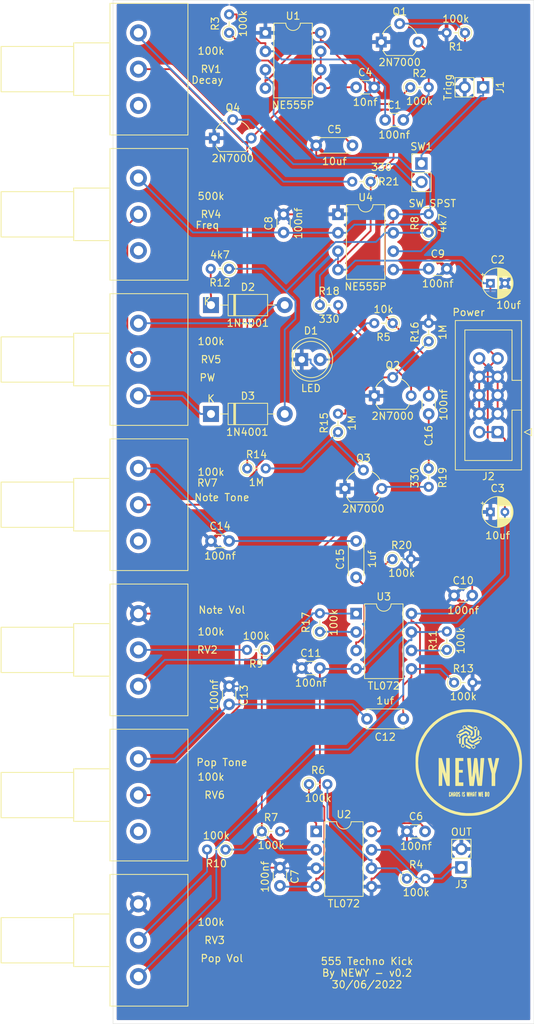
<source format=kicad_pcb>
(kicad_pcb (version 20211014) (generator pcbnew)
  (layers (0 "F.Cu" signal) (31 "B.Cu" signal) (34 "B.Paste" user) (35 "F.Paste" user) (36 "B.SilkS" user "B.Silkscreen") (37 "F.SilkS" user "F.Silkscreen") (38 "B.Mask" user) (39 "F.Mask" user) (44 "Edge.Cuts" user))
  (net 0 "")
  (net 1 "GND")
  (net 2 "Net-(C1-Pad2)")
  (net 3 "Net-(C1-Pad1)")
  (net 4 "+12V")
  (net 5 "-12V")
  (net 6 "Net-(C4-Pad1)")
  (net 7 "Net-(C5-Pad2)")
  (net 8 "Net-(C8-Pad1)")
  (net 9 "Net-(C9-Pad1)")
  (net 10 "Net-(C12-Pad1)")
  (net 11 "Net-(C12-Pad2)")
  (net 12 "Net-(C15-Pad1)")
  (net 13 "Net-(C16-Pad1)")
  (net 14 "Net-(C16-Pad2)")
  (net 15 "Net-(D1-Pad2)")
  (net 16 "Net-(D2-Pad2)")
  (net 17 "Net-(D2-Pad1)")
  (net 18 "Net-(D3-Pad1)")
  (net 19 "Net-(D3-Pad2)")
  (net 20 "Net-(J1-Pad1)")
  (net 21 "Net-(J3-Pad1)")
  (net 22 "Net-(Q2-Pad2)")
  (net 23 "Net-(Q3-Pad2)")
  (net 24 "Net-(Q4-Pad2)")
  (net 25 "Net-(R4-Pad1)")
  (net 26 "Net-(R6-Pad1)")
  (net 27 "Net-(R10-Pad1)")
  (net 28 "Net-(R11-Pad1)")
  (net 29 "Net-(R17-Pad1)")
  (net 30 "Net-(R18-Pad1)")
  (net 31 "Net-(C14-Pad2)")
  (net 32 "Net-(Q3-Pad3)")
  (net 33 "Net-(R9-Pad2)")
  (net 34 "Net-(R10-Pad2)")
  (net 35 "Net-(R11-Pad2)")
  (net 36 "Net-(R17-Pad2)")
  (net 38 "Net-(Q2-Pad3)")
  (net 40 "Net-(RV4-Pad2)")
  (net 41 "Net-(R21-Pad2)")
  (footprint "Potentiometer_THT:Potentiometer_Alps_RK163_Single_Horizontal" (layer "F.Cu") (at 112.5 129.5 180)
    (fp_text reference "RV2")
    (fp_text value "100k")
  )
  (footprint "Potentiometer_THT:Potentiometer_Alps_RK163_Single_Horizontal" (layer "F.Cu") (at 112.5 109.5 180)
    (fp_text reference "RV7")
    (fp_text value "100k")
  )
  (footprint "Capacitor_THT:C_Disc_D3.0mm_W1.6mm_P2.50mm" (layer "F.Cu") (at 146.5 61.5)
    (fp_text reference "C1")
    (fp_text value "100nf")
  )
  (footprint "Capacitor_THT:CP_Radial_D4.0mm_P2.00mm" (layer "F.Cu") (at 161 84)
    (fp_text reference "C2")
    (fp_text value "10uf")
  )
  (footprint "Capacitor_THT:CP_Radial_D4.0mm_P2.00mm" (layer "F.Cu") (at 161 115.5)
    (fp_text reference "C3")
    (fp_text value "10uf")
  )
  (footprint "Capacitor_THT:C_Disc_D3.0mm_W1.6mm_P2.50mm" (layer "F.Cu") (at 142.5 57)
    (fp_text reference "C4")
    (fp_text value "10nf")
  )
  (footprint "Capacitor_THT:C_Disc_D4.3mm_W1.9mm_P5.00mm" (layer "F.Cu") (at 137 65)
    (fp_text reference "C5")
    (fp_text value "10uf")
  )
  (footprint "Capacitor_THT:C_Disc_D3.0mm_W1.6mm_P2.50mm" (layer "F.Cu") (at 149.5 159.5)
    (fp_text reference "C6")
    (fp_text value "100nf")
  )
  (footprint "Capacitor_THT:C_Disc_D3.0mm_W1.6mm_P2.50mm" (layer "F.Cu") (at 132 164.5 -90)
    (fp_text reference "C7")
    (fp_text value "100nf")
  )
  (footprint "Capacitor_THT:C_Disc_D3.0mm_W1.6mm_P2.50mm" (layer "F.Cu") (at 132.5 77 90)
    (fp_text reference "C8")
    (fp_text value "100nf")
  )
  (footprint "Capacitor_THT:C_Disc_D3.0mm_W1.6mm_P2.50mm" (layer "F.Cu") (at 152.5 82)
    (fp_text reference "C9")
    (fp_text value "100nf")
  )
  (footprint "Capacitor_THT:C_Disc_D3.0mm_W1.6mm_P2.50mm" (layer "F.Cu") (at 156 127)
    (fp_text reference "C10")
    (fp_text value "100nf")
  )
  (footprint "Capacitor_THT:C_Disc_D3.0mm_W1.6mm_P2.50mm" (layer "F.Cu") (at 135 137)
    (fp_text reference "C11")
    (fp_text value "100nf")
  )
  (footprint "Capacitor_THT:C_Disc_D5.0mm_W2.5mm_P5.00mm" (layer "F.Cu") (at 149 144 180)
    (fp_text reference "C12")
    (fp_text value "1uf")
  )
  (footprint "Capacitor_THT:C_Disc_D3.0mm_W1.6mm_P2.50mm" (layer "F.Cu") (at 125 139.5 -90)
    (fp_text reference "C13")
    (fp_text value "100nf")
  )
  (footprint "Capacitor_THT:C_Disc_D3.0mm_W1.6mm_P2.50mm" (layer "F.Cu") (at 122.5 119.5)
    (fp_text reference "C14")
    (fp_text value "100nf")
  )
  (footprint "Capacitor_THT:C_Disc_D4.3mm_W1.9mm_P5.00mm" (layer "F.Cu") (at 142.5 124.5 90)
    (fp_text reference "C15")
    (fp_text value "1uf")
  )
  (footprint "Capacitor_THT:C_Disc_D3.0mm_W1.6mm_P2.50mm" (layer "F.Cu") (at 152.5 102 90)
    (fp_text reference "C16")
    (fp_text value "100nf")
  )
  (footprint "LED_THT:LED_D5.0mm" (layer "F.Cu") (at 135 94.5)
    (fp_text reference "D1")
    (fp_text value "LED")
  )
  (footprint "Diode_THT:D_DO-41_SOD81_P10.16mm_Horizontal" (layer "F.Cu") (at 122.5 87)
    (fp_text reference "D2")
    (fp_text value "1N4001")
  )
  (footprint "Diode_THT:D_DO-41_SOD81_P10.16mm_Horizontal" (layer "F.Cu") (at 122.5 102)
    (fp_text reference "D3")
    (fp_text value "1N4001")
  )
  (footprint "Potentiometer_THT:Potentiometer_Alps_RK163_Single_Horizontal" (layer "F.Cu") (at 112.5 49.5 180)
    (fp_text reference "RV1")
    (fp_text value "100k")
  )
  (footprint "Potentiometer_THT:Potentiometer_Alps_RK163_Single_Horizontal" (layer "F.Cu") (at 112.5 69.5 180)
    (fp_text reference "RV4")
    (fp_text value "500k")
  )
  (footprint "Connector_PinHeader_2.54mm:PinHeader_1x02_P2.54mm_Vertical" (layer "F.Cu") (at 160 57 -90)
    (fp_text reference "J1")
    (fp_text value "Trigg")
  )
  (footprint "Connector_IDC:IDC-Header_2x05_P2.54mm_Vertical" (layer "F.Cu") (at 162 104.5 180)
    (fp_text reference "J2")
    (fp_text value "Power")
  )
  (footprint "Connector_PinHeader_2.54mm:PinHeader_1x02_P2.54mm_Vertical" (layer "F.Cu") (at 157 164.46 180)
    (fp_text reference "J3")
    (fp_text value "OUT")
  )
  (footprint "Potentiometer_THT:Potentiometer_Alps_RK163_Single_Horizontal" (layer "F.Cu") (at 112.5 169.5 180)
    (fp_text reference "RV3")
    (fp_text value "100k")
  )
  (footprint "Potentiometer_THT:Potentiometer_Alps_RK163_Single_Horizontal" (layer "F.Cu") (at 112.5 149.5 180)
    (fp_text reference "RV6")
    (fp_text value "100k")
  )
  (footprint "Potentiometer_THT:Potentiometer_Alps_RK163_Single_Horizontal" (layer "F.Cu") (at 112.5 89.5 180)
    (fp_text reference "RV5")
    (fp_text value "100k")
  )
  (footprint "Package_TO_SOT_THT:TO-92_Wide" (layer "F.Cu") (at 145.96 50.77)
    (fp_text reference "Q1")
    (fp_text value "2N7000")
  )
  (footprint "Package_TO_SOT_THT:TO-92_Wide" (layer "F.Cu") (at 145 99.5)
    (fp_text reference "Q2")
    (fp_text value "2N7000")
  )
  (footprint "Package_TO_SOT_THT:TO-92_Wide" (layer "F.Cu") (at 140.96 112.27)
    (fp_text reference "Q3")
    (fp_text value "2N7000")
  )
  (footprint "Package_TO_SOT_THT:TO-92_Wide" (layer "F.Cu") (at 122.96 64)
    (fp_text reference "Q4")
    (fp_text value "2N7000")
  )
  (footprint "Resistor_THT:R_Axial_DIN0204_L3.6mm_D1.6mm_P2.54mm_Vertical" (layer "F.Cu") (at 157.5 49.5 180)
    (fp_text reference "R1")
    (fp_text value "100k")
  )
  (footprint "Resistor_THT:R_Axial_DIN0204_L3.6mm_D1.6mm_P2.54mm_Vertical" (layer "F.Cu") (at 149.96 57)
    (fp_text reference "R2")
    (fp_text value "100k")
  )
  (footprint "Resistor_THT:R_Axial_DIN0204_L3.6mm_D1.6mm_P2.54mm_Vertical" (layer "F.Cu") (at 125 49.5 90)
    (fp_text reference "R3")
    (fp_text value "100k")
  )
  (footprint "Resistor_THT:R_Axial_DIN0204_L3.6mm_D1.6mm_P2.54mm_Vertical" (layer "F.Cu") (at 149.5 166)
    (fp_text reference "R4")
    (fp_text value "100k")
  )
  (footprint "Resistor_THT:R_Axial_DIN0204_L3.6mm_D1.6mm_P2.54mm_Vertical" (layer "F.Cu") (at 147.54 89.5 180)
    (fp_text reference "R5")
    (fp_text value "10k")
  )
  (footprint "Resistor_THT:R_Axial_DIN0204_L3.6mm_D1.6mm_P2.54mm_Vertical" (layer "F.Cu") (at 136 153)
    (fp_text reference "R6")
    (fp_text value "100k")
  )
  (footprint "Resistor_THT:R_Axial_DIN0204_L3.6mm_D1.6mm_P2.54mm_Vertical" (layer "F.Cu") (at 129.5 159.5)
    (fp_text reference "R7")
    (fp_text value "100k")
  )
  (footprint "Resistor_THT:R_Axial_DIN0204_L3.6mm_D1.6mm_P2.54mm_Vertical" (layer "F.Cu") (at 152.5 77 90)
    (fp_text reference "R8")
    (fp_text value "4k7")
  )
  (footprint "Resistor_THT:R_Axial_DIN0204_L3.6mm_D1.6mm_P2.54mm_Vertical" (layer "F.Cu") (at 130 134.5 180)
    (fp_text reference "R9")
    (fp_text value "100k")
  )
  (footprint "Resistor_THT:R_Axial_DIN0204_L3.6mm_D1.6mm_P2.54mm_Vertical" (layer "F.Cu") (at 124.5 162 180)
    (fp_text reference "R10")
    (fp_text value "100k")
  )
  (footprint "Resistor_THT:R_Axial_DIN0204_L3.6mm_D1.6mm_P2.54mm_Vertical" (layer "F.Cu") (at 155 134.5 90)
    (fp_text reference "R11")
    (fp_text value "100k")
  )
  (footprint "Resistor_THT:R_Axial_DIN0204_L3.6mm_D1.6mm_P2.54mm_Vertical" (layer "F.Cu") (at 125 82 180)
    (fp_text reference "R12")
    (fp_text value "4k7")
  )
  (footprint "Resistor_THT:R_Axial_DIN0204_L3.6mm_D1.6mm_P2.54mm_Vertical" (layer "F.Cu") (at 156 139)
    (fp_text reference "R13")
    (fp_text value "100k")
  )
  (footprint "Resistor_THT:R_Axial_DIN0204_L3.6mm_D1.6mm_P2.54mm_Vertical" (layer "F.Cu") (at 127.5 109.5)
    (fp_text reference "R14")
    (fp_text value "1M")
  )
  (footprint "Resistor_THT:R_Axial_DIN0204_L3.6mm_D1.6mm_P2.54mm_Vertical" (layer "F.Cu") (at 140 104.5 90)
    (fp_text reference "R15")
    (fp_text value "1M")
  )
  (footprint "Resistor_THT:R_Axial_DIN0204_L3.6mm_D1.6mm_P2.54mm_Vertical" (layer "F.Cu") (at 152.5 92 90)
    (fp_text reference "R16")
    (fp_text value "1M")
  )
  (footprint "Resistor_THT:R_Axial_DIN0204_L3.6mm_D1.6mm_P2.54mm_Vertical" (layer "F.Cu") (at 137.5 132 90)
    (fp_text reference "R17")
    (fp_text value "100k")
  )
  (footprint "Resistor_THT:R_Axial_DIN0204_L3.6mm_D1.6mm_P2.54mm_Vertical" (layer "F.Cu") (at 137.5 87)
    (fp_text reference "R18")
    (fp_text value "330")
  )
  (footprint "Resistor_THT:R_Axial_DIN0204_L3.6mm_D1.6mm_P2.54mm_Vertical" (layer "F.Cu") (at 152.5 109.5 -90)
    (fp_text reference "R19")
    (fp_text value "330")
  )
  (footprint "Resistor_THT:R_Axial_DIN0204_L3.6mm_D1.6mm_P2.54mm_Vertical" (layer "F.Cu") (at 147.5 122)
    (fp_text reference "R20")
    (fp_text value "100k")
  )
  (footprint "Resistor_THT:R_Axial_DIN0204_L3.6mm_D1.6mm_P2.54mm_Vertical" (layer "F.Cu") (at 144.5 70 180)
    (fp_text reference "R21")
    (fp_text value "330")
  )
  (footprint "Connector_PinHeader_2.54mm:PinHeader_1x02_P2.54mm_Vertical" (layer "F.Cu") (at 151.5 67.5)
    (fp_text reference "SW1")
    (fp_text value "SW_SPST")
  )
  (footprint "Package_DIP:DIP-8_W7.62mm" (layer "F.Cu") (at 130 49.5)
    (fp_text reference "U1")
    (fp_text value "NE555P")
  )
  (footprint "Package_DIP:DIP-8_W7.62mm" (layer "F.Cu") (at 137 159.5)
    (fp_text reference "U2")
    (fp_text value "TL072")
  )
  (footprint "Package_DIP:DIP-8_W7.62mm" (layer "F.Cu") (at 142.5 129.5)
    (fp_text reference "U3")
    (fp_text value "TL072")
  )
  (footprint "Package_DIP:DIP-8_W7.62mm" (layer "F.Cu") (at 140 74.5)
    (fp_text reference "U4")
    (fp_text value "NE555P")
  )
  (footprint "LOGO" (layer "F.Cu") (at 158 150)
    (fp_text reference "G***" hide)
    (fp_text value "LOGO" hide)
  )
  (gr_line (start 109 186) (end 109 45) (layer "Edge.Cuts") (width 0.05))
  (gr_line (start 167 45) (end 167 186) (layer "Edge.Cuts") (width 0.05))
  (gr_line (start 109 45) (end 167 45) (layer "Edge.Cuts") (width 0.05))
  (gr_line (start 167 186) (end 109 186) (layer "Edge.Cuts") (width 0.05))
  (gr_text "Pop Tone" (at 124 150) (layer "F.SilkS") (effects (font (size 1 1))))
  (gr_text "Decay" (at 122 56) (layer "F.SilkS") (effects (font (size 1 1))))
  (gr_text "Pop Vol" (at 124 177) (layer "F.SilkS") (effects (font (size 1 1))))
  (gr_text "555 Techno Kick\nBy NEWY - v0.2\n30/06/2022" (at 144 179) (layer "F.SilkS") (effects (font (size 1 1))))
  (gr_text "Note Vol" (at 124 129) (layer "F.SilkS") (effects (font (size 1 1))))
  (gr_text "PW" (at 122 97) (layer "F.SilkS") (effects (font (size 1 1))))
  (gr_text "Freq" (at 122 76) (layer "F.SilkS") (effects (font (size 1 1))))
  (gr_text "Note Tone" (at 124 113.5) (layer "F.SilkS") (effects (font (size 1 1))))
  (segment (start 154.96 53.3247) (end 157.46 55.8247) (width 0.25) (layer "F.Cu") (net 1))
  (segment (start 144.9013 165.9947) (end 149.5 161.396) (width 0.25) (layer "F.Cu") (net 1))
  (segment (start 157.46 57) (end 157.46 55.8247) (width 0.25) (layer "F.Cu") (net 1))
  (segment (start 154.96 49.5) (end 154.96 53.3247) (width 0.25) (layer "F.Cu") (net 1))
  (segment (start 122.5 119.5) (end 115 127) (width 0.25) (layer "F.Cu") (net 1))
  (segment (start 145 99.5) (end 145 100.5753) (width 0.25) (layer "F.Cu") (net 1))
  (segment (start 140.96 112.27) (end 129.73 112.27) (width 0.25) (layer "F.Cu") (net 1))
  (segment (start 141.5243 104.051) (end 141.5243 110.6304) (width 0.25) (layer "F.Cu") (net 1))
  (segment (start 144.62 165.9947) (end 144.9013 165.9947) (width 0.25) (layer "F.Cu") (net 1))
  (segment (start 135 74.5) (end 132.5 74.5) (width 0.25) (layer "F.Cu") (net 1))
  (segment (start 145 100.5753) (end 141.5243 104.051) (width 0.25) (layer "F.Cu") (net 1))
  (segment (start 135 93.2747) (end 135 74.5) (width 0.25) (layer "F.Cu") (net 1))
  (segment (start 137 74.5) (end 137 65) (width 0.25) (layer "F.Cu") (net 1))
  (segment (start 145 57) (end 145 52.8053) (width 0.25) (layer "F.Cu") (net 1))
  (segment (start 149.5 161.396) (end 149.5 159.5) (width 0.25) (layer "F.Cu") (net 1))
  (segment (start 125 139.5) (end 115 129.5) (width 0.25) (layer "F.Cu") (net 1))
  (segment (start 162 96.88) (end 162 99.42) (width 0.25) (layer "F.Cu") (net 1))
  (segment (start 129.73 112.27) (end 122.5 119.5) (width 0.25) (layer "F.Cu") (net 1))
  (segment (start 140.96 112.27) (end 140.96 111.1947) (width 0.25) (layer "F.Cu") (net 1))
  (segment (start 140 74.5) (end 137 74.5) (width 0.25) (layer "F.Cu") (net 1))
  (segment (start 141.5243 110.6304) (end 140.96 111.1947) (width 0.25) (layer "F.Cu") (net 1))
  (segment (start 159.46 96.88) (end 159.46 99.42) (width 0.25) (layer "F.Cu") (net 1))
  (segment (start 115 127) (end 115 129.5) (width 0.25) (layer "F.Cu") (net 1))
  (segment (start 135 94.5) (end 135 93.2747) (width 0.25) (layer "F.Cu") (net 1))
  (segment (start 145.96 50.77) (end 145.96 51.8453) (width 0.25) (layer "F.Cu") (net 1))
  (segment (start 145 52.8053) (end 145.96 51.8453) (width 0.25) (layer "F.Cu") (net 1))
  (segment (start 115 129.5) (end 112.5 129.5) (width 0.25) (layer "F.Cu") (net 1))
  (segment (start 144.62 167.12) (end 144.62 165.9947) (width 0.25) (layer "F.Cu") (net 1))
  (segment (start 137 74.5) (end 135 74.5) (width 0.25) (layer "F.Cu") (net 1))
  (segment (start 117.5 164.5) (end 112.5 169.5) (width 0.25) (layer "F.Cu") (net 1))
  (segment (start 159.46 99.42) (end 159.46 101.96) (width 0.25) (layer "F.Cu") (net 1))
  (segment (start 158.54 129.54) (end 156 127) (width 0.25) (layer "F.Cu") (net 1))
  (segment (start 132 164.5) (end 117.5 164.5) (width 0.25) (layer "F.Cu") (net 1))
  (segment (start 162 99.42) (end 162 101.96) (width 0.25) (layer "F.Cu") (net 1))
  (segment (start 158.54 139) (end 158.54 129.54) (width 0.25) (layer "F.Cu") (net 1))
  (segment (start 125 139.5) (end 132.5 139.5) (width 0.25) (layer "B.Cu") (net 1))
  (segment (start 145 57) (end 137 65) (width 0.25) (layer "B.Cu") (net 1))
  (segment (start 144.1785 97.6033) (end 144.1786 97.6032) (width 0.25) (layer "B.Cu") (net 1))
  (segment (start 123.0753 65.0753) (end 122.96 65.0753) (width 0.25) (layer "B.Cu") (net 1))
  (segment (start 163 84) (end 162.0746 84.9254) (width 0.25) (layer "B.Cu") (net 1))
  (segment (start 147.0353 50.77) (end 148.3053 49.5) (width 0.25) (layer "B.Cu") (net 1))
  (segment (start 153.5253 89.46) (end 153.5253 89.3255) (width 0.25) (layer "B.Cu") (net 1))
  (segment (start 136.2253 94.9595) (end 138.8691 97.6033) (width 0.25) (layer "B.Cu") (net 1))
  (segment (start 161 115.5) (end 160.0747 115.5) (width 0.25) (layer "B.Cu") (net 1))
  (segment (start 140.96 113.3453) (end 149.0147 121.4) (width 0.25) (layer "B.Cu") (net 1))
  (segment (start 137 164.58) (end 132.08 164.58) (width 0.25) (layer "B.Cu") (net 1))
  (segment (start 158.54 139) (end 158.54 150.46) (width 0.25) (layer "B.Cu") (net 1))
  (segment (start 145.96 50.77) (end 147.0353 50.77) (width 0.25) (layer "B.Cu") (net 1))
  (segment (start 159.46 96.88) (end 153.5253 90.9453) (width 0.25) (layer "B.Cu") (net 1))
  (segment (start 162.0746 84.9254) (end 157.9254 84.9254) (width 0.25) (layer "B.Cu") (net 1))
  (segment (start 150.04 122) (end 149.0147 122) (width 0.25) (layer "B.Cu") (net 1))
  (segment (start 144.1786 97.6032) (end 151.4747 90.3071) (width 0.25) (layer "B.Cu") (net 1))
  (segment (start 153.5747 122) (end 153.5747 124.5747) (width 0.25) (layer "B.Cu") (net 1))
  (segment (start 130 49.5) (end 131.1253 49.5) (width 0.25) (layer "B.Cu") (net 1))
  (segment (start 132.3953 50.77) (end 145.96 50.77) (width 0.25) (layer "B.Cu") (net 1))
  (segment (start 153.5253 90.9453) (end 153.5253 89.46) (width 0.25) (layer "B.Cu") (net 1))
  (segment (start 131.1253 49.5) (end 132.3953 50.77) (width 0.25) (layer "B.Cu") (net 1))
  (segment (start 143.4947 167.12) (end 140.9547 164.58) (width 0.25) (layer "B.Cu") (net 1))
  (segment (start 151.0653 122) (end 153.5747 122) (width 0.25) (layer "B.Cu") (net 1))
  (segment (start 132.5 139.5) (end 135 137) (width 0.25) (layer "B.Cu") (net 1))
  (segment (start 151.4747 90.3071) (end 151.4747 89.46) (width 0.25) (layer "B.Cu") (net 1))
  (segment (start 140.96 112.27) (end 140.96 113.3453) (width 0.25) (layer "B.Cu") (net 1))
  (segment (start 132.08 164.58) (end 132 164.5) (width 0.25) (layer "B.Cu") (net 1))
  (segment (start 135 94.5) (end 136.2253 94.5) (width 0.25) (layer "B.Cu") (net 1))
  (segment (start 157 161.92) (end 155.8247 161.92) (width 0.25) (layer "B.Cu") (net 1))
  (segment (start 136.2253 94.5) (end 136.2253 94.9595) (width 0.25) (layer "B.Cu") (net 1))
  (segment (start 148.3053 49.5) (end 154.96 49.5) (width 0.25) (layer "B.Cu") (net 1))
  (segment (start 153.5747 122) (end 160.0747 115.5) (width 0.25) (layer "B.Cu") (net 1))
  (segment (start 155.8247 161.6996) (end 155.8247 161.92) (width 0.25) (layer "B.Cu") (net 1))
  (segment (start 138.8691 97.6033) (end 144.1785 97.6033) (width 0.25) (layer "B.Cu") (net 1))
  (segment (start 144.62 167.12) (end 143.4947 167.12) (width 0.25) (layer "B.Cu") (net 1))
  (segment (start 144.1786 97.6032) (end 145 98.4247) (width 0.25) (layer "B.Cu") (net 1))
  (segment (start 159.46 96.88) (end 162 96.88) (width 0.25) (layer "B.Cu") (net 1))
  (segment (start 153.5747 124.5747) (end 156 127) (width 0.25) (layer "B.Cu") (net 1))
  (segment (start 150.04 122) (end 151.0653 122) (width 0.25) (layer "B.Cu") (net 1))
  (segment (start 145 99.5) (end 145 98.4247) (width 0.25) (layer "B.Cu") (net 1))
  (segment (start 132.5 74.5) (end 123.0753 65.0753) (width 0.25) (layer "B.Cu") (net 1))
  (segment (start 149.0147 121.4) (end 149.0147 122) (width 0.25) (layer "B.Cu") (net 1))
  (segment (start 158.54 150.46) (end 151.5626 157.4374) (width 0.25) (layer "B.Cu") (net 1))
  (segment (start 152.5 89.46) (end 151.4747 89.46) (width 0.25) (layer "B.Cu") (net 1))
  (segment (start 122.96 64) (end 122.96 65.0753) (width 0.25) (layer "B.Cu") (net 1))
  (segment (start 153.5253 89.3255) (end 157.9254 84.9254) (width 0.25) (layer "B.Cu") (net 1))
  (segment (start 151.5626 157.4374) (end 149.5 159.5) (width 0.25) (layer "B.Cu") (net 1))
  (segment (start 140.9547 164.58) (end 137 164.58) (width 0.25) (layer "B.Cu") (net 1))
  (segment (start 157.9254 84.9254) (end 155 82) (width 0.25) (layer "B.Cu") (net 1))
  (segment (start 152.5 89.46) (end 153.5253 89.46) (width 0.25) (layer "B.Cu") (net 1))
  (segment (start 151.5626 157.4374) (end 155.8247 161.6996) (width 0.25) (layer "B.Cu") (net 1))
  (segment (start 152.5 57) (end 152.5 52.23) (width 0.25) (layer "F.Cu") (net 2))
  (segment (start 152.5 52.23) (end 151.04 50.77) (width 0.25) (layer "F.Cu") (net 2))
  (segment (start 152.4747 58.0253) (end 149 61.5) (width 0.25) (layer "B.Cu") (net 2))
  (segment (start 152.5 57) (end 152.5 58.0253) (width 0.25) (layer "B.Cu") (net 2))
  (segment (start 152.5 58.0253) (end 152.4747 58.0253) (width 0.25) (layer "B.Cu") (net 2))
  (segment (start 130 50.9147) (end 129.3392 50.9147) (width 0.25) (layer "F.Cu") (net 3))
  (segment (start 129.3392 50.9147) (end 126.0253 47.6008) (width 0.25) (layer "F.Cu") (net 3))
  (segment (start 130 52.04) (end 130 50.9147) (width 0.25) (layer "F.Cu") (net 3))
  (segment (start 126.0253 47.6008) (end 126.0253 46.96) (width 0.25) (layer "F.Cu") (net 3))
  (segment (start 125 46.96) (end 126.0253 46.96) (width 0.25) (layer "F.Cu") (net 3))
  (segment (start 132.2506 53.1653) (end 142.7644 53.1653) (width 0.25) (layer "B.Cu") (net 3))
  (segment (start 142.7644 53.1653) (end 146.5 56.9009) (width 0.25) (layer "B.Cu") (net 3))
  (segment (start 130 52.04) (end 131.1253 52.04) (width 0.25) (layer "B.Cu") (net 3))
  (segment (start 131.1253 52.04) (end 132.2506 53.1653) (width 0.25) (layer "B.Cu") (net 3))
  (segment (start 146.5 56.9009) (end 146.5 61.5) (width 0.25) (layer "B.Cu") (net 3))
  (segment (start 151.3006 131.5246) (end 151.3006 158.3729) (width 0.25) (layer "F.Cu") (net 4))
  (segment (start 151.3006 158.3729) (end 146.8724 158.3729) (width 0.25) (layer "F.Cu") (net 4))
  (segment (start 147.66 66.84) (end 144.5 70) (width 0.25) (layer "F.Cu") (net 4))
  (segment (start 131.5293 54.7467) (end 131.5293 54.4654) (width 0.25) (layer "F.Cu") (net 4))
  (segment (start 147.66 59.3) (end 147.66 66.84) (width 0.25) (layer "F.Cu") (net 4))
  (segment (start 160.73 95.61) (end 160.6354 95.61) (width 0.25) (layer "F.Cu") (net 4))
  (segment (start 130.3739 53.31) (end 128.81 53.31) (width 0.25) (layer "F.Cu") (net 4))
  (segment (start 150.4013 130.6253) (end 151.3006 131.5246) (width 0.25) (layer "F.Cu") (net 4))
  (segment (start 140 80.9947) (end 140.2813 80.9947) (width 0.25) (layer "F.Cu") (net 4))
  (segment (start 149.96 57) (end 147.66 59.3) (width 0.25) (layer "F.Cu") (net 4))
  (segment (start 140 82.12) (end 140 80.9947) (width 0.25) (layer "F.Cu") (net 4))
  (segment (start 162 94.34) (end 160.73 95.61) (width 0.25) (layer "F.Cu") (net 4))
  (segment (start 159.46 94.4346) (end 159.46 94.34) (width 0.25) (layer "F.Cu") (net 4))
  (segment (start 152 159.0723) (end 151.3006 158.3729) (width 0.25) (layer "F.Cu") (net 4))
  (segment (start 161 93.34) (end 161 84) (width 0.25) (layer "F.Cu") (net 4))
  (segment (start 144.62 159.5) (end 145.7453 159.5) (width 0.25) (layer "F.Cu") (net 4))
  (segment (start 130.2813 55.9947) (end 131.5293 54.7467) (width 0.25) (layer "F.Cu") (net 4))
  (segment (start 137.9013 50.6253) (end 137.62 50.6253) (width 0.25) (layer "F.Cu") (net 4))
  (segment (start 160.6354 95.61) (end 159.46 94.4346) (width 0.25) (layer "F.Cu") (net 4))
  (segment (start 158.5 127) (end 158.5 109.1454) (width 0.25) (layer "F.Cu") (net 4))
  (segment (start 136.4947 49.5) (end 131.5293 54.4654) (width 0.25) (layer "F.Cu") (net 4))
  (segment (start 130 57.12) (end 130 55.9947) (width 0.25) (layer "F.Cu") (net 4))
  (segment (start 130 55.9947) (end 130.2813 55.9947) (width 0.25) (layer "F.Cu") (net 4))
  (segment (start 162 94.34) (end 161 93.34) (width 0.25) (layer "F.Cu") (net 4))
  (segment (start 144.5 76.776) (end 144.5 70) (width 0.25) (layer "F.Cu") (net 4))
  (segment (start 128.81 53.31) (end 125 49.5) (width 0.25) (layer "F.Cu") (net 4))
  (segment (start 150.12 130.6253) (end 150.4013 130.6253) (width 0.25) (layer "F.Cu") (net 4))
  (segment (start 160.6354 107.01) (end 160.6354 95.61) (width 0.25) (layer "F.Cu") (net 4))
  (segment (start 145.7056 59.3) (end 143.75 57.3444) (width 0.25) (layer "F.Cu") (net 4))
  (segment (start 158.5 109.1454) (end 160.6354 107.01) (width 0.25) (layer "F.Cu") (net 4))
  (segment (start 143.75 56.474) (end 137.9013 50.6253) (width 0.25) (layer "F.Cu") (net 4))
  (segment (start 146.8724 158.3729) (end 145.7453 159.5) (width 0.25) (layer "F.Cu") (net 4))
  (segment (start 131.5293 54.4654) (end 130.3739 53.31) (width 0.25) (layer "F.Cu") (net 4))
  (segment (start 143.75 57.3444) (end 143.75 56.474) (width 0.25) (layer "F.Cu") (net 4))
  (segment (start 140.2813 80.9947) (end 144.5 76.776) (width 0.25) (layer "F.Cu") (net 4))
  (segment (start 147.66 59.3) (end 145.7056 59.3) (width 0.25) (layer "F.Cu") (net 4))
  (segment (start 152 159.5) (end 152 159.0723) (width 0.25) (layer "F.Cu") (net 4))
  (segment (start 137.62 49.5) (end 136.4947 49.5) (width 0.25) (layer "F.Cu") (net 4))
  (segment (start 150.12 129.5) (end 150.12 130.6253) (width 0.25) (layer "F.Cu") (net 4))
  (segment (start 137.62 49.5) (end 137.62 50.6253) (width 0.25) (layer "F.Cu") (net 4))
  (segment (start 142.3707 80.8746) (end 156.9493 80.8746) (width 0.25) (layer "B.Cu") (net 4))
  (segment (start 161 84) (end 160.0747 84) (width 0.25) (layer "B.Cu") (net 4))
  (segment (start 140 82.12) (end 141.1253 82.12) (width 0.25) (layer "B.Cu") (net 4))
  (segment (start 156 129.5) (end 158.5 127) (width 0.25) (layer "B.Cu") (net 4))
  (segment (start 141.1253 82.12) (end 142.3707 80.8746) (width 0.25) (layer "B.Cu") (net 4))
  (segment (start 150.12 129.5) (end 156 129.5) (width 0.25) (layer "B.Cu") (net 4))
  (segment (start 156.9493 80.8746) (end 160.0747 84) (width 0.25) (layer "B.Cu") (net 4))
  (segment (start 138.1253 165.1508) (end 137.2814 165.9947) (width 0.25) (layer "F.Cu") (net 5))
  (segment (start 138.1253 156.1613) (end 138.1253 165.1508) (width 0.25) (layer "F.Cu") (net 5))
  (segment (start 137.5 155.536) (end 138.1253 156.1613) (width 0.25) (layer "F.Cu") (net 5))
  (segment (start 162 104.5) (end 163 105.5) (width 0.25) (layer "F.Cu") (net 5))
  (segment (start 137 167.12) (end 137 165.9947) (width 0.25) (layer "F.Cu") (net 5))
  (segment (start 163 105.5) (end 163 115.5) (width 0.25) (layer "F.Cu") (net 5))
  (segment (start 137.5 137) (end 137.5 155.536) (width 0.25) (layer "F.Cu") (net 5))
  (segment (start 137.2814 165.9947) (end 137 165.9947) (width 0.25) (layer "F.Cu") (net 5))
  (segment (start 159.46 104.5) (end 162 104.5) (width 0.25) (layer "B.Cu") (net 5))
  (segment (start 143.6253 137.12) (end 143.6253 136.8387) (width 0.25) (layer "B.Cu") (net 5))
  (segment (start 163 124.131) (end 163 115.5) (width 0.25) (layer "B.Cu") (net 5))
  (segment (start 149.694 130.77) (end 156.361 130.77) (width 0.25) (layer "B.Cu") (net 5))
  (segment (start 142.5 137.12) (end 143.6253 137.12) (width 0.25) (layer "B.Cu") (net 5))
  (segment (start 137 167.12) (end 132.12 167.12) (width 0.25) (layer "B.Cu") (net 5))
  (segment (start 137.62 137.12) (end 137.5 137) (width 0.25) (layer "B.Cu") (net 5))
  (segment (start 142.5 137.12) (end 137.62 137.12) (width 0.25) (layer "B.Cu") (net 5))
  (segment (start 156.361 130.77) (end 163 124.131) (width 0.25) (layer "B.Cu") (net 5))
  (segment (start 143.6253 136.8387) (end 149.694 130.77) (width 0.25) (layer "B.Cu") (net 5))
  (segment (start 132.12 167.12) (end 132 167) (width 0.25) (layer "B.Cu") (net 5))
  (segment (start 138.8653 57) (end 142.5 57) (width 0.25) (layer "F.Cu") (net 6))
  (segment (start 138.7453 57.12) (end 138.8653 57) (width 0.25) (layer "F.Cu") (net 6))
  (segment (start 137.62 57.12) (end 138.7453 57.12) (width 0.25) (layer "F.Cu") (net 6))
  (segment (start 137.3387 55.7053) (end 136.487 56.557) (width 0.25) (layer "F.Cu") (net 7))
  (segment (start 137.62 52.04) (end 137.62 54.58) (width 0.25) (layer "F.Cu") (net 7))
  (segment (start 112.5 54.5) (end 116.8618 54.5) (width 0.25) (layer "F.Cu") (net 7))
  (segment (start 136.487 56.557) (end 136.487 59.487) (width 0.25) (layer "F.Cu") (net 7))
  (segment (start 137.62 55.7053) (end 137.3387 55.7053) (width 0.25) (layer "F.Cu") (net 7))
  (segment (start 132.553 59.487) (end 136.487 59.487) (width 0.25) (layer "F.Cu") (net 7))
  (segment (start 137.62 54.58) (end 137.62 55.7053) (width 0.25) (layer "F.Cu") (net 7))
  (segment (start 116.8618 54.5) (end 126.9018 64.54) (width 0.25) (layer "F.Cu") (net 7))
  (segment (start 127.5 64.54) (end 128.04 64) (width 0.25) (layer "F.Cu") (net 7))
  (segment (start 136.487 59.487) (end 142 65) (width 0.25) (layer "F.Cu") (net 7))
  (segment (start 126.9018 64.54) (end 127.5 64.54) (width 0.25) (layer "F.Cu") (net 7))
  (segment (start 128.04 64) (end 132.553 59.487) (width 0.25) (layer "F.Cu") (net 7))
  (segment (start 127.5 109.5) (end 127.5 64.54) (width 0.25) (layer "F.Cu") (net 7))
  (segment (start 132.54 77.04) (end 132.5 77) (width 0.25) (layer "B.Cu") (net 8))
  (segment (start 120 77) (end 112.5 69.5) (width 0.25) (layer "B.Cu") (net 8))
  (segment (start 151.4176 79.58) (end 153.5431 77.4545) (width 0.25) (layer "B.Cu") (net 8))
  (segment (start 147.62 79.58) (end 151.4176 79.58) (width 0.25) (layer "B.Cu") (net 8))
  (segment (start 153.5431 77.4545) (end 153.5431 76.5203) (width 0.25) (layer "B.Cu") (net 8))
  (segment (start 142.2506 75.9147) (end 141.1253 77.04) (width 0.25) (layer "B.Cu") (net 8))
  (segment (start 152.9375 75.9147) (end 142.2506 75.9147) (width 0.25) (layer "B.Cu") (net 8))
  (segment (start 140 77.04) (end 141.1253 77.04) (width 0.25) (layer "B.Cu") (net 8))
  (segment (start 132.5 77) (end 120 77) (width 0.25) (layer "B.Cu") (net 8))
  (segment (start 140 77.04) (end 132.54 77.04) (width 0.25) (layer "B.Cu") (net 8))
  (segment (start 153.5431 76.5203) (end 152.9375 75.9147) (width 0.25) (layer "B.Cu") (net 8))
  (segment (start 152.38 82.12) (end 152.5 82) (width 0.25) (layer "B.Cu") (net 9))
  (segment (start 147.62 82.12) (end 152.38 82.12) (width 0.25) (layer "B.Cu") (net 9))
  (segment (start 150.12 137.12) (end 150.12 138.2453) (width 0.25) (layer "F.Cu") (net 10))
  (segment (start 149 144) (end 149 139.3653) (width 0.25) (layer "F.Cu") (net 10))
  (segment (start 149 139.3653) (end 150.12 138.2453) (width 0.25) (layer "F.Cu") (net 10))
  (segment (start 150.12 137.12) (end 154.12 137.12) (width 0.25) (layer "B.Cu") (net 10))
  (segment (start 154.12 137.12) (end 156 139) (width 0.25) (layer "B.Cu") (net 10))
  (segment (start 144 144) (end 142 142) (width 0.25) (layer "B.Cu") (net 11))
  (segment (start 112.5 149.5) (end 117.5 149.5) (width 0.25) (layer "B.Cu") (net 11))
  (segment (start 142 142) (end 125 142) (width 0.25) (layer "B.Cu") (net 11))
  (segment (start 117.5 149.5) (end 125 142) (width 0.25) (layer "B.Cu") (net 11))
  (segment (start 143.6254 132.6106) (end 143.6254 125.6254) (width 0.25) (layer "F.Cu") (net 12))
  (segment (start 147.5 122) (end 147.2508 122) (width 0.25) (layer "F.Cu") (net 12))
  (segment (start 143.6254 125.6254) (end 142.5 124.5) (width 0.25) (layer "F.Cu") (net 12))
  (segment (start 142.5 133.4547) (end 142.7813 133.4547) (width 0.25) (layer "F.Cu") (net 12))
  (segment (start 142.5 134.58) (end 142.5 133.4547) (width 0.25) (layer "F.Cu") (net 12))
  (segment (start 142.7813 133.4547) (end 143.6254 132.6106) (width 0.25) (layer "F.Cu") (net 12))
  (segment (start 147.2508 122) (end 143.6254 125.6254) (width 0.25) (layer "F.Cu") (net 12))
  (segment (start 152.5 109.5) (end 152.5 102) (width 0.25) (layer "F.Cu") (net 13))
  (segment (start 147.54 89.5) (end 152.5 94.46) (width 0.25) (layer "F.Cu") (net 14))
  (segment (start 147.62 74.5) (end 147.62 75.6253) (width 0.25) (layer "F.Cu") (net 14))
  (segment (start 147.62 75.6253) (end 147.3387 75.6253) (width 0.25) (layer "F.Cu") (net 14))
  (segment (start 146.475 76.489) (end 146.475 88.435) (width 0.25) (layer "F.Cu") (net 14))
  (segment (start 146.475 88.435) (end 147.54 89.5) (width 0.25) (layer "F.Cu") (net 14))
  (segment (start 152.5 94.46) (end 152.5 99.5) (width 0.25) (layer "F.Cu") (net 14))
  (segment (start 147.3387 75.6253) (end 146.475 76.489) (width 0.25) (layer "F.Cu") (net 14))
  (segment (start 152.5 74.46) (end 152.1506 74.46) (width 0.25) (layer "B.Cu") (net 14))
  (segment (start 130 54.58) (end 130 55.7053) (width 0.25) (layer "B.Cu") (net 14))
  (segment (start 152.7216 73.889) (end 152.7216 69.5665) (width 0.25) (layer "B.Cu") (net 14))
  (segment (start 152.1506 74.46) (end 151.4747 74.46) (width 0.25) (layer "B.Cu") (net 14))
  (segment (start 150.3246 68.6754) (end 148.345 66.6958) (width 0.25) (layer "B.Cu") (net 14))
  (segment (start 137.0864 66.6958) (end 131.1253 60.7347) (width 0.25) (layer "B.Cu") (net 14))
  (segment (start 151.8305 68.6754) (end 150.3246 68.6754) (width 0.25) (layer "B.Cu") (net 14))
  (segment (start 152.1506 74.46) (end 152.7216 73.889) (width 0.25) (layer "B.Cu") (net 14))
  (segment (start 130.2814 55.7053) (end 130 55.7053) (width 0.25) (layer "B.Cu") (net 14))
  (segment (start 148.345 66.6958) (end 137.0864 66.6958) (width 0.25) (layer "B.Cu") (net 14))
  (segment (start 147.62 74.5) (end 151.4347 74.5) (width 0.25) (layer "B.Cu") (net 14))
  (segment (start 131.1253 60.7347) (end 131.1253 56.5492) (width 0.25) (layer "B.Cu") (net 14))
  (segment (start 152.7216 69.5665) (end 151.8305 68.6754) (width 0.25) (layer "B.Cu") (net 14))
  (segment (start 131.1253 56.5492) (end 130.2814 55.7053) (width 0.25) (layer "B.Cu") (net 14))
  (segment (start 151.4347 74.5) (end 151.4747 74.46) (width 0.25) (layer "B.Cu") (net 14))
  (segment (start 143.9747 89.5) (end 138.9747 94.5) (width 0.25) (layer "B.Cu") (net 15))
  (segment (start 138.9747 94.5) (end 137.54 94.5) (width 0.25) (layer "B.Cu") (net 15))
  (segment (start 145 89.5) (end 143.9747 89.5) (width 0.25) (layer "B.Cu") (net 15))
  (segment (start 112.5 89.5) (end 128.7347 89.5) (width 0.25) (layer "B.Cu") (net 16))
  (segment (start 132.66 87) (end 131.2347 87) (width 0.25) (layer "B.Cu") (net 16))
  (segment (start 128.7347 89.5) (end 131.2347 87) (width 0.25) (layer "B.Cu") (net 16))
  (segment (start 122.46 82) (end 122.46 85.5347) (width 0.25) (layer "F.Cu") (net 17))
  (segment (start 122.5 87) (end 122.5 85.5747) (width 0.25) (layer "F.Cu") (net 17))
  (segment (start 122.46 85.5347) (end 122.5 85.5747) (width 0.25) (layer "F.Cu") (net 17))
  (segment (start 112.5 99.5) (end 118.5747 99.5) (width 0.25) (layer "B.Cu") (net 18))
  (segment (start 118.5747 99.5) (end 121.0747 102) (width 0.25) (layer "B.Cu") (net 18))
  (segment (start 122.5 102) (end 121.0747 102) (width 0.25) (layer "B.Cu") (net 18))
  (segment (start 145.2247 78.31) (end 139.6582 78.31) (width 0.25) (layer "B.Cu") (net 19))
  (segment (start 152.46 77.04) (end 147.62 77.04) (width 0.25) (layer "B.Cu") (net 19))
  (segment (start 152.5 77) (end 152.46 77.04) (width 0.25) (layer "B.Cu") (net 19))
  (segment (start 134.1344 86.4068) (end 132.8479 85.1203) (width 0.25) (layer "B.Cu") (net 19))
  (segment (start 132.8479 85.1203) (end 129.7276 82) (width 0.25) (layer "B.Cu") (net 19))
  (segment (start 134.1344 88.9155) (end 134.1344 86.4068) (width 0.25) (layer "B.Cu") (net 19))
  (segment (start 132.66 102) (end 132.66 90.3899) (width 0.25) (layer "B.Cu") (net 19))
  (segment (start 146.4947 77.04) (end 145.2247 78.31) (width 0.25) (layer "B.Cu") (net 19))
  (segment (start 139.6582 78.31) (end 132.8479 85.1203) (width 0.25) (layer "B.Cu") (net 19))
  (segment (start 129.7276 82) (end 125 82) (width 0.25) (layer "B.Cu") (net 19))
  (segment (start 147.62 77.04) (end 146.4947 77.04) (width 0.25) (layer "B.Cu") (net 19))
  (segment (start 132.66 90.3899) (end 134.1344 88.9155) (width 0.25) (layer "B.Cu") (net 19))
  (segment (start 157.5 53.3247) (end 157.5 49.5) (width 0.25) (layer "F.Cu") (net 20))
  (segment (start 160 55.8247) (end 157.5 53.3247) (width 0.25) (layer "F.Cu") (net 20))
  (segment (start 160 57) (end 160 55.8247) (width 0.25) (layer "F.Cu") (net 20))
  (segment (start 151.5 66.3247) (end 159.6494 58.1753) (width 0.25) (layer "B.Cu") (net 20))
  (segment (start 160 57) (end 160 58.1753) (width 0.25) (layer "B.Cu") (net 20))
  (segment (start 159.6494 58.1753) (end 160 58.1753) (width 0.25) (layer "B.Cu") (net 20))
  (segment (start 157.5 49.5) (end 156.23 48.23) (width 0.25) (layer "B.Cu") (net 20))
  (segment (start 156.23 48.23) (end 148.5 48.23) (width 0.25) (layer "B.Cu") (net 20))
  (segment (start 151.5 67.5) (end 151.5 66.3247) (width 0.25) (layer "B.Cu") (net 20))
  (segment (start 152.04 166) (end 154.2847 166) (width 0.25) (layer "B.Cu") (net 21))
  (segment (start 154.2847 166) (end 155.8247 164.46) (width 0.25) (layer "B.Cu") (net 21))
  (segment (start 157 164.46) (end 155.8247 164.46) (width 0.25) (layer "B.Cu") (net 21))
  (segment (start 147.0547 162.04) (end 151.0147 166) (width 0.25) (layer "B.Cu") (net 21))
  (segment (start 144.62 162.04) (end 147.0547 162.04) (width 0.25) (layer "B.Cu") (net 21))
  (segment (start 152.04 166) (end 151.0147 166) (width 0.25) (layer "B.Cu") (net 21))
  (segment (start 147.54 96.96) (end 145.5126 96.96) (width 0.25) (layer "F.Cu") (net 22))
  (segment (start 141.0253 101.4473) (end 141.0253 101.96) (width 0.25) (layer "F.Cu") (net 22))
  (segment (start 140 101.96) (end 141.0253 101.96) (width 0.25) (layer "F.Cu") (net 22))
  (segment (start 145.5126 96.96) (end 141.0253 101.4473) (width 0.25) (layer "F.Cu") (net 22))
  (segment (start 152.5 92) (end 147.54 96.96) (width 0.25) (layer "B.Cu") (net 22))
  (segment (start 130.04 109.5) (end 135 109.5) (width 0.25) (layer "B.Cu") (net 23))
  (segment (start 135 109.5) (end 139.135 105.365) (width 0.25) (layer "B.Cu") (net 23))
  (segment (start 139.135 105.365) (end 143.5 109.73) (width 0.25) (layer "B.Cu") (net 23))
  (segment (start 139.135 105.365) (end 140 104.5) (width 0.25) (layer "B.Cu") (net 23))
  (segment (start 125.5 61.46) (end 127.7144 61.46) (width 0.25) (layer "B.Cu") (net 24))
  (segment (start 127.7144 61.46) (end 133.8369 67.5825) (width 0.25) (layer "B.Cu") (net 24))
  (segment (start 133.8369 67.5825) (end 147.8672 67.5825) (width 0.25) (layer "B.Cu") (net 24))
  (segment (start 151.5 70.04) (end 150.3247 70.04) (width 0.25) (layer "B.Cu") (net 24))
  (segment (start 147.8672 67.5825) (end 150.3247 70.04) (width 0.25) (layer "B.Cu") (net 24))
  (segment (start 148.08 164.58) (end 149.5 166) (width 0.25) (layer "B.Cu") (net 25))
  (segment (start 144.62 164.58) (end 148.08 164.58) (width 0.25) (layer "B.Cu") (net 25))
  (segment (start 144.3387 163.4547) (end 144.62 163.4547) (width 0.25) (layer "B.Cu") (net 25))
  (segment (start 144.62 164.58) (end 144.62 163.4547) (width 0.25) (layer "B.Cu") (net 25))
  (segment (start 138.54 153) (end 138.54 157.656) (width 0.25) (layer "B.Cu") (net 25))
  (segment (start 138.54 157.656) (end 144.3387 163.4547) (width 0.25) (layer "B.Cu") (net 25))
  (segment (start 132.04 159.5) (end 133.0653 159.5) (width 0.25) (layer "F.Cu") (net 26))
  (segment (start 137 159.5) (end 137 158.3747) (width 0.25) (layer "F.Cu") (net 26))
  (segment (start 137 158.3747) (end 136.0499 157.4246) (width 0.25) (layer "F.Cu") (net 26))
  (segment (start 135.1407 157.4246) (end 133.0653 159.5) (width 0.25) (layer "F.Cu") (net 26))
  (segment (start 136 157.4246) (end 136 153) (width 0.25) (layer "F.Cu") (net 26))
  (segment (start 136 157.4246) (end 135.1407 157.4246) (width 0.25) (layer "F.Cu") (net 26))
  (segment (start 136.0499 157.4246) (end 136 157.4246) (width 0.25) (layer "F.Cu") (net 26))
  (segment (start 129.5 135) (end 129.5 159.5) (width 0.25) (layer "F.Cu") (net 27))
  (segment (start 130 134.5) (end 129.5 135) (width 0.25) (layer "F.Cu") (net 27))
  (segment (start 127 162) (end 129.5 159.5) (width 0.25) (layer "B.Cu") (net 27))
  (segment (start 137 162.04) (end 132.04 162.04) (width 0.25) (layer "B.Cu") (net 27))
  (segment (start 124.5 162) (end 127 162) (width 0.25) (layer "B.Cu") (net 27))
  (segment (start 132.04 162.04) (end 129.5 159.5) (width 0.25) (layer "B.Cu") (net 27))
  (segment (start 154.92 134.58) (end 155 134.5) (width 0.25) (layer "B.Cu") (net 28))
  (segment (start 150.12 134.58) (end 154.92 134.58) (width 0.25) (layer "B.Cu") (net 28))
  (segment (start 142.5 132.04) (end 141.3747 132.04) (width 0.25) (layer "B.Cu") (net 29))
  (segment (start 141.3747 132.04) (end 141.3347 132) (width 0.25) (layer "B.Cu") (net 29))
  (segment (start 141.3347 132) (end 137.5 132) (width 0.25) (layer "B.Cu") (net 29))
  (segment (start 140 79.58) (end 140 80.7053) (width 0.25) (layer "B.Cu") (net 30))
  (segment (start 137.5 82.924) (end 137.5 87) (width 0.25) (layer "B.Cu") (net 30))
  (segment (start 139.7187 80.7053) (end 137.5 82.924) (width 0.25) (layer "B.Cu") (net 30))
  (segment (start 140 80.7053) (end 139.7187 80.7053) (width 0.25) (layer "B.Cu") (net 30))
  (segment (start 125 119.5) (end 115 109.5) (width 0.25) (layer "B.Cu") (net 31))
  (segment (start 142.5 119.5) (end 125 119.5) (width 0.25) (layer "B.Cu") (net 31))
  (segment (start 115 109.5) (end 112.5 109.5) (width 0.25) (layer "B.Cu") (net 31))
  (segment (start 126.4232 131.8868) (end 126.4232 142.2159) (width 0.25) (layer "F.Cu") (net 32))
  (segment (start 146.04 112.27) (end 126.4232 131.8868) (width 0.25) (layer "F.Cu") (net 32))
  (segment (start 114.1391 154.5) (end 112.5 154.5) (width 0.25) (layer "F.Cu") (net 32))
  (segment (start 126.4232 142.2159) (end 114.1391 154.5) (width 0.25) (layer "F.Cu") (net 32))
  (segment (start 146.27 112.04) (end 146.04 112.27) (width 0.25) (layer "B.Cu") (net 32))
  (segment (start 152.5 112.04) (end 146.27 112.04) (width 0.25) (layer "B.Cu") (net 32))
  (segment (start 127.46 134.5) (end 112.5 134.5) (width 0.25) (layer "B.Cu") (net 33))
  (segment (start 121.96 165.04) (end 112.5 174.5) (width 0.25) (layer "B.Cu") (net 34))
  (segment (start 121.96 162) (end 121.96 165.04) (width 0.25) (layer "B.Cu") (net 34))
  (segment (start 148.9947 140.6533) (end 141.4221 148.2259) (width 0.25) (layer "B.Cu") (net 35))
  (segment (start 148.9947 134.0092) (end 148.9947 140.6533) (width 0.25) (layer "B.Cu") (net 35))
  (segment (start 155 131.96) (end 153.9747 131.96) (width 0.25) (layer "B.Cu") (net 35))
  (segment (start 153.8947 132.04) (end 150.12 132.04) (width 0.25) (layer "B.Cu") (net 35))
  (segment (start 150.12 132.04) (end 150.12 133.1653) (width 0.25) (layer "B.Cu") (net 35))
  (segment (start 150.12 133.1653) (end 149.8386 133.1653) (width 0.25) (layer "B.Cu") (net 35))
  (segment (start 123.23 168.77) (end 112.5 179.5) (width 0.25) (layer "B.Cu") (net 35))
  (segment (start 141.4221 148.2259) (end 136.7527 148.2259) (width 0.25) (layer "B.Cu") (net 35))
  (segment (start 153.9747 131.96) (end 153.8947 132.04) (width 0.25) (layer "B.Cu") (net 35))
  (segment (start 123.23 161.7486) (end 123.23 168.77) (width 0.25) (layer "B.Cu") (net 35))
  (segment (start 149.8386 133.1653) (end 148.9947 134.0092) (width 0.25) (layer "B.Cu") (net 35))
  (segment (start 136.7527 148.2259) (end 123.23 161.7486) (width 0.25) (layer "B.Cu") (net 35))
  (segment (start 138.5653 129.5) (end 138.5253 129.46) (width 0.25) (layer "B.Cu") (net 36))
  (segment (start 136.4747 129.5882) (end 136.4747 129.46) (width 0.25) (layer "B.Cu") (net 36))
  (segment (start 130.1907 135.8722) (end 136.4747 129.5882) (width 0.25) (layer "B.Cu") (net 36))
  (segment (start 137.5 129.46) (end 136.4747 129.46) (width 0.25) (layer "B.Cu") (net 36))
  (segment (start 116.1278 135.8722) (end 130.1907 135.8722) (width 0.25) (layer "B.Cu") (net 36))
  (segment (start 137.5 129.46) (end 138.5253 129.46) (width 0.25) (layer "B.Cu") (net 36))
  (segment (start 142.5 129.5) (end 138.5653 129.5) (width 0.25) (layer "B.Cu") (net 36))
  (segment (start 112.5 139.5) (end 116.1278 135.8722) (width 0.25) (layer "B.Cu") (net 36))
  (segment (start 128.77 109.2187) (end 128.77 109.774) (width 0.25) (layer "F.Cu") (net 38))
  (segment (start 150.08 99.5) (end 150.08 97.9371) (width 0.25) (layer "F.Cu") (net 38))
  (segment (start 140.04 87) (end 140.04 88.0253) (width 0.25) (layer "F.Cu") (net 38))
  (segment (start 144.9966 92.9819) (end 144.9966 92.9921) (width 0.25) (layer "F.Cu") (net 38))
  (segment (start 128.77 109.774) (end 124.044 114.5) (width 0.25) (layer "F.Cu") (net 38))
  (segment (start 150.08 97.9371) (end 145.135 92.9921) (width 0.25) (layer "F.Cu") (net 38))
  (segment (start 144.9966 92.9921) (end 128.77 109.2187) (width 0.25) (layer "F.Cu") (net 38))
  (segment (start 145.135 92.9921) (end 144.9966 92.9921) (width 0.25) (layer "F.Cu") (net 38))
  (segment (start 140.04 88.0253) (end 144.9966 92.9819) (width 0.25) (layer "F.Cu") (net 38))
  (segment (start 124.044 114.5) (end 112.5 114.5) (width 0.25) (layer "F.Cu") (net 38))
  (segment (start 110.9703 92.9703) (end 110.9703 76.0297) (width 0.25) (layer "F.Cu") (net 40))
  (segment (start 112.5 94.5) (end 110.9703 92.9703) (width 0.25) (layer "F.Cu") (net 40))
  (segment (start 110.9703 76.0297) (end 112.5 74.5) (width 0.25) (layer "F.Cu") (net 40))
  (segment (start 132.4906 70) (end 112.5 50.0094) (width 0.25) (layer "B.Cu") (net 41))
  (segment (start 141.96 70) (end 132.4906 70) (width 0.25) (layer "B.Cu") (net 41))
  (segment (start 112.5 50.0094) (end 112.5 49.5) (width 0.25) (layer "B.Cu") (net 41))
  (zone (net 1) (net_name "GND") (layer "F.Cu") (connect_pads (clearance 0.508)) (min_thickness 0.254) (fill yes (thermal_gap 0.508) (thermal_bridge_width 0.508))
    (polygon (pts (xy 167 186) (xy 109 186) (xy 109 45) (xy 167 45)))
  )
  (zone (net 1) (net_name "GND") (layer "B.Cu") (connect_pads (clearance 0.508)) (min_thickness 0.254) (fill yes (thermal_gap 0.508) (thermal_bridge_width 0.508))
    (polygon (pts (xy 167 185.5) (xy 109 185.5) (xy 109 45.5) (xy 167 45.5)))
  )
)
</source>
